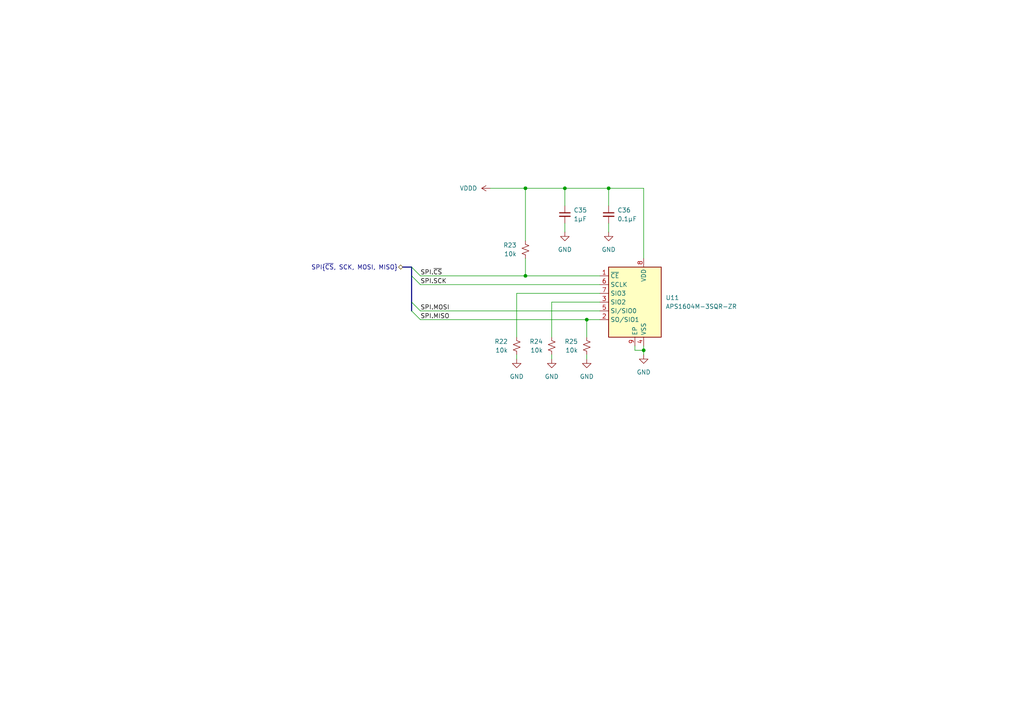
<source format=kicad_sch>
(kicad_sch (version 20231120) (generator "eeschema") (generator_version "8.0")
  (paper "A4")
  (lib_symbols
    (symbol "Device:C_Small" (pin_numbers hide) (pin_names (offset 0.254) hide)
      (property "Reference" "C" (at 0.254 1.778 0))
      (property "Value" "C_Small" (at 0.254 -2.032 0))
      (symbol "C_Small_0_1"
        (polyline (pts (xy -1.524 -0.508) (xy 1.524 -0.508)) (stroke (width 0.3302)))
        (polyline (pts (xy -1.524 0.508) (xy 1.524 0.508)) (stroke (width 0.3048)))
      )
      (symbol "C_Small_1_1"
        (pin passive line (at 0 2.54 270) (length 2.032) (name "~") (number "1"))
        (pin passive line (at 0 -2.54 90) (length 2.032) (name "~") (number "2"))
      )
    )
    (symbol "Device:R_Small_US" (pin_numbers hide) (pin_names (offset 0.254) hide)
      (property "Reference" "R" (at 0.762 0.508 0))
      (property "Value" "R_Small_US" (at 0.762 -1.016 0))
      (symbol "R_Small_US_1_1"
        (polyline (pts (xy 0 0) (xy 1.016 -0.381) (xy 0 -0.762) (xy -1.016 -1.143) (xy 0 -1.524)))
        (polyline (pts (xy 0 1.524) (xy 1.016 1.143) (xy 0 0.762) (xy -1.016 0.381) (xy 0 0)))
        (pin passive line (at 0 2.54 270) (length 1.016) (name "~") (number "1"))
        (pin passive line (at 0 -2.54 90) (length 1.016) (name "~") (number "2"))
      )
    )
    (symbol "power:GND" (power) (pin_numbers hide) (pin_names (offset 0) hide)
      (property "Value" "GND" (at 0 -3.81 0))
      (symbol "GND_0_1"
        (polyline (pts (xy 0 0) (xy 0 -1.27) (xy 1.27 -1.27) (xy 0 -2.54) (xy -1.27 -1.27) (xy 0 -1.27)))
      )
      (symbol "GND_1_1"
        (pin power_in line (at 0 0 270) (length 0) (name "~") (number "1"))
      )
    )
    (symbol "power:VCC" (power) (pin_numbers hide) (pin_names (offset 0) hide)
      (property "Value" "VCC" (at 0 3.556 0))
      (symbol "VCC_0_1"
        (polyline (pts (xy -0.762 1.27) (xy 0 2.54)))
        (polyline (pts (xy 0 0) (xy 0 2.54)))
        (polyline (pts (xy 0 2.54) (xy 0.762 1.27)))
      )
      (symbol "VCC_1_1"
        (pin power_in line (at 0 0 90) (length 0) (name "~") (number "1"))
      )
    )
    (symbol "zeus-le:APS1604M-3SQR"
      (property "Reference" "U" (at 3.81 11.43 0))
      (property "Value" "APS1604M-3SQR-ZR" (at 1.778 -11.43 0))
      (symbol "APS1604M-3SQR_0_1"
        (rectangle (start -7.62 10.16) (end 7.62 -10.16) (stroke (width 0.254)) (fill (type background)))
      )
      (symbol "APS1604M-3SQR_1_1"
        (pin input line (at 10.16 7.62 180) (length 2.54) (name "~{CE}") (number "1"))
        (pin output line (at 10.16 -5.08 180) (length 2.54) (name "SO/SIO1") (number "2"))
        (pin bidirectional line (at 10.16 0 180) (length 2.54) (name "SIO2") (number "3"))
        (pin power_in line (at -2.54 -12.7 90) (length 2.54) (name "VSS") (number "4"))
        (pin input line (at 10.16 -2.54 180) (length 2.54) (name "SI/SIO0") (number "5"))
        (pin output line (at 10.16 5.08 180) (length 2.54) (name "SCLK") (number "6"))
        (pin bidirectional line (at 10.16 2.54 180) (length 2.54) (name "SIO3") (number "7"))
        (pin power_in line (at -2.54 12.7 270) (length 2.54) (name "VDD") (number "8"))
        (pin power_in line (at 0 -12.7 90) (length 2.54) (name "EP") (number "9"))
      )
    )
  )
  (junction (at 170.18 92.71))
  (junction (at 152.4 54.61))
  (junction (at 186.69 101.6))
  (junction (at 152.4 80.01))
  (junction (at 176.53 54.61))
  (junction (at 163.83 54.61))
  (bus_entry (at 121.92 82.55) (size -2.54 -2.54))
  (bus_entry (at 121.92 92.71) (size -2.54 -2.54))
  (bus_entry (at 121.92 80.01) (size -2.54 -2.54))
  (bus_entry (at 121.92 90.17) (size -2.54 -2.54))
  (wire (pts (xy 163.83 64.77) (xy 163.83 67.31)))
  (wire (pts (xy 186.69 54.61) (xy 186.69 74.93)))
  (wire (pts (xy 121.92 82.55) (xy 173.99 82.55)))
  (wire (pts (xy 152.4 54.61) (xy 152.4 69.85)))
  (bus (pts (xy 119.38 77.47) (xy 116.84 77.47)))
  (wire (pts (xy 149.86 85.09) (xy 173.99 85.09)))
  (bus (pts (xy 119.38 80.01) (xy 119.38 77.47)))
  (wire (pts (xy 186.69 100.33) (xy 186.69 101.6)))
  (wire (pts (xy 142.24 54.61) (xy 152.4 54.61)))
  (wire (pts (xy 160.02 97.79) (xy 160.02 87.63)))
  (wire (pts (xy 121.92 92.71) (xy 170.18 92.71)))
  (wire (pts (xy 149.86 97.79) (xy 149.86 85.09)))
  (wire (pts (xy 160.02 102.87) (xy 160.02 104.14)))
  (wire (pts (xy 184.15 101.6) (xy 186.69 101.6)))
  (bus (pts (xy 119.38 87.63) (xy 119.38 90.17)))
  (wire (pts (xy 163.83 54.61) (xy 163.83 59.69)))
  (wire (pts (xy 149.86 102.87) (xy 149.86 104.14)))
  (wire (pts (xy 170.18 102.87) (xy 170.18 104.14)))
  (wire (pts (xy 176.53 54.61) (xy 176.53 59.69)))
  (bus (pts (xy 119.38 87.63) (xy 119.38 80.01)))
  (wire (pts (xy 163.83 54.61) (xy 176.53 54.61)))
  (wire (pts (xy 160.02 87.63) (xy 173.99 87.63)))
  (wire (pts (xy 170.18 92.71) (xy 173.99 92.71)))
  (wire (pts (xy 184.15 100.33) (xy 184.15 101.6)))
  (wire (pts (xy 186.69 101.6) (xy 186.69 102.87)))
  (wire (pts (xy 121.92 90.17) (xy 173.99 90.17)))
  (wire (pts (xy 152.4 80.01) (xy 173.99 80.01)))
  (wire (pts (xy 121.92 80.01) (xy 152.4 80.01)))
  (wire (pts (xy 170.18 92.71) (xy 170.18 97.79)))
  (wire (pts (xy 176.53 54.61) (xy 186.69 54.61)))
  (wire (pts (xy 152.4 54.61) (xy 163.83 54.61)))
  (wire (pts (xy 176.53 64.77) (xy 176.53 67.31)))
  (wire (pts (xy 152.4 74.93) (xy 152.4 80.01)))
  (label "SPI.MISO" (at 121.92 92.71 0))
  (label "SPI.MOSI" (at 121.92 90.17 0))
  (label "SPI.SCK" (at 121.92 82.55 0))
  (label "SPI.~{CS}" (at 121.92 80.01 0))
  (hierarchical_label "SPI{~{CS}, SCK, MOSI, MISO}" (shape bidirectional) (at 116.84 77.47 180))
  (symbol (lib_id "power:GND") (at 160.02 104.14 0) (unit 1)
    (property "Reference" "#PWR088" (effects (hide yes)))
    (property "Value" "GND" (at 160.02 109.22 0))
    (property "Description" "Power symbol creates a global label with name \"GND\" , ground" (effects (hide yes)))
  )
  (symbol (lib_id "Device:R_Small_US") (at 170.18 100.33 0) (unit 1)
    (property "Reference" "R25" (at 167.64 99.0599 0) (effects (justify right)))
    (property "Value" "10k" (at 167.64 101.5999 0) (effects (justify right)))
    (property "Footprint" "zeus-le:R_0402_1005Metric_Silkscreen_Clearance" (effects (hide yes)))
    (property "Description" "Resistor, pull-up" (effects (hide yes)))
    (property "manf#" "CR0402-JW-103GLF" (effects (hide yes)))
  )
  (symbol (lib_id "Device:C_Small") (at 176.53 62.23 0) (unit 1)
    (property "Reference" "C36" (at 179.07 60.9662 0) (effects (justify left)))
    (property "Value" "0.1µF" (at 179.07 63.5062 0) (effects (justify left)))
    (property "Footprint" "zeus-le:C_0402_1005Metric_Silkscreen_Clearance" (effects (hide yes)))
    (property "Description" "Capacitor, decoupling, 25V, X5R" (effects (hide yes)))
    (property "manf#" "CL05A104KA5NNNC" (effects (hide yes)))
  )
  (symbol (lib_id "power:GND") (at 176.53 67.31 0) (unit 1)
    (property "Reference" "#PWR091" (effects (hide yes)))
    (property "Value" "GND" (at 176.53 72.39 0))
    (property "Description" "Power symbol creates a global label with name \"GND\" , ground" (effects (hide yes)))
  )
  (symbol (lib_id "Device:R_Small_US") (at 160.02 100.33 0) (unit 1)
    (property "Reference" "R24" (at 157.48 99.0599 0) (effects (justify right)))
    (property "Value" "10k" (at 157.48 101.5999 0) (effects (justify right)))
    (property "Footprint" "zeus-le:R_0402_1005Metric_Silkscreen_Clearance" (effects (hide yes)))
    (property "Description" "Resistor, pull-up" (effects (hide yes)))
    (property "manf#" "CR0402-JW-103GLF" (effects (hide yes)))
  )
  (symbol (lib_id "Device:R_Small_US") (at 149.86 100.33 0) (unit 1)
    (property "Reference" "R22" (at 147.32 99.0599 0) (effects (justify right)))
    (property "Value" "10k" (at 147.32 101.5999 0) (effects (justify right)))
    (property "Footprint" "zeus-le:R_0402_1005Metric_Silkscreen_Clearance" (effects (hide yes)))
    (property "Description" "Resistor, pull-up" (effects (hide yes)))
    (property "manf#" "CR0402-JW-103GLF" (effects (hide yes)))
  )
  (symbol (lib_id "Device:C_Small") (at 163.83 62.23 0) (unit 1)
    (property "Reference" "C35" (at 166.37 60.9662 0) (effects (justify left)))
    (property "Value" "1µF" (at 166.37 63.5062 0) (effects (justify left)))
    (property "Footprint" "Capacitor_SMD:C_0603_1608Metric" (effects (hide yes)))
    (property "Description" "Capacitor, decoupling, 10V, X7R" (effects (hide yes)))
    (property "manf#" "CL10B105KP8NNNC" (effects (hide yes)))
  )
  (symbol (lib_id "power:GND") (at 186.69 102.87 0) (unit 1)
    (property "Reference" "#PWR092" (effects (hide yes)))
    (property "Value" "GND" (at 186.69 107.95 0))
    (property "Description" "Power symbol creates a global label with name \"GND\" , ground" (effects (hide yes)))
  )
  (symbol (lib_id "power:VCC") (at 142.24 54.61 90) (mirror x) (unit 1)
    (property "Reference" "#PWR086" (effects (hide yes)))
    (property "Value" "VDDD" (at 138.43 54.6099 90) (effects (justify left)))
    (property "Description" "Digital supply, 3.4V" (effects (hide yes)))
  )
  (symbol (lib_id "power:GND") (at 170.18 104.14 0) (unit 1)
    (property "Reference" "#PWR090" (effects (hide yes)))
    (property "Value" "GND" (at 170.18 109.22 0))
    (property "Description" "Power symbol creates a global label with name \"GND\" , ground" (effects (hide yes)))
  )
  (symbol (lib_id "zeus-le:APS1604M-3SQR") (at 184.15 87.63 0) (mirror y) (unit 1)
    (property "Reference" "U11" (at 193.04 86.3599 0) (effects (justify right)))
    (property "Value" "APS1604M-3SQR-ZR" (at 193.04 88.8999 0) (effects (justify right)))
    (property "Footprint" "Package_SON:Winbond_USON-8-1EP_3x2mm_P0.5mm_EP0.2x1.6mm" (effects (hide yes)))
    (property "Datasheet" "https://www.apmemory.com/wp-content/uploads/APM_PSRAM_QSPI-APS1604M-3SQR-v2.7-PKG.pdf" (effects (hide yes)))
    (property "Description" "16 Mbit serial pseudo SRAM device organized as 2Mx8 bits, 3.3 VDD, USON-8" (effects (hide yes)))
  )
  (symbol (lib_id "Device:R_Small_US") (at 152.4 72.39 0) (unit 1)
    (property "Reference" "R23" (at 149.86 71.1199 0) (effects (justify right)))
    (property "Value" "10k" (at 149.86 73.6599 0) (effects (justify right)))
    (property "Footprint" "zeus-le:R_0402_1005Metric_Silkscreen_Clearance" (effects (hide yes)))
    (property "Description" "Resistor, pull-up" (effects (hide yes)))
    (property "manf#" "CR0402-JW-103GLF" (effects (hide yes)))
  )
  (symbol (lib_id "power:GND") (at 149.86 104.14 0) (unit 1)
    (property "Reference" "#PWR087" (effects (hide yes)))
    (property "Value" "GND" (at 149.86 109.22 0))
    (property "Description" "Power symbol creates a global label with name \"GND\" , ground" (effects (hide yes)))
  )
  (symbol (lib_id "power:GND") (at 163.83 67.31 0) (unit 1)
    (property "Reference" "#PWR089" (effects (hide yes)))
    (property "Value" "GND" (at 163.83 72.39 0))
    (property "Description" "Power symbol creates a global label with name \"GND\" , ground" (effects (hide yes)))
  )
)
</source>
